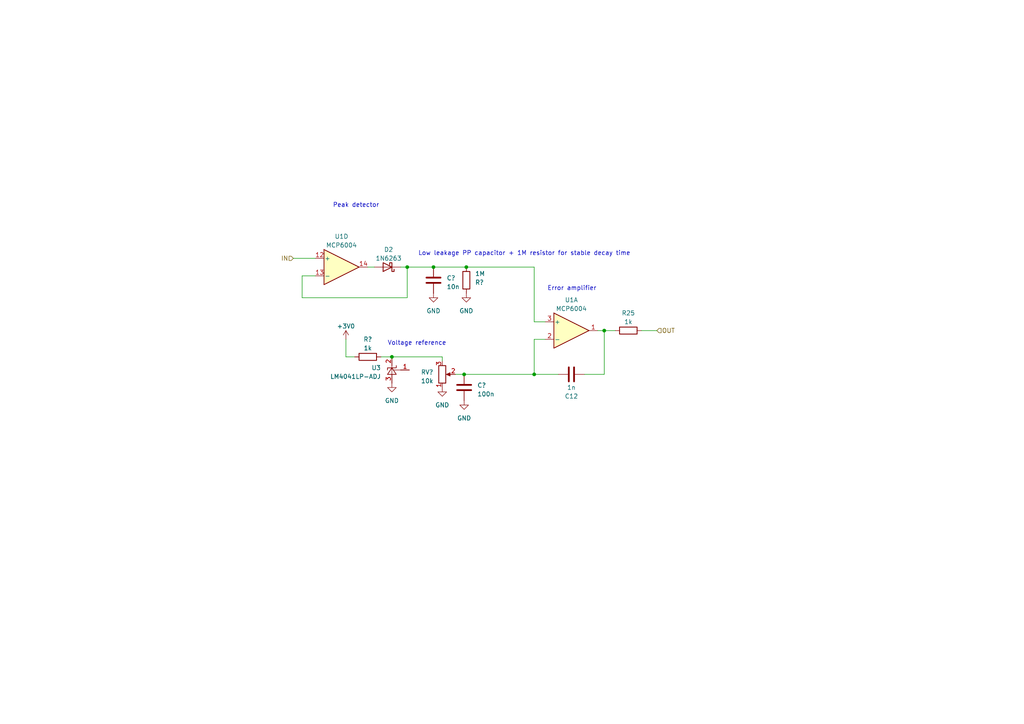
<source format=kicad_sch>
(kicad_sch (version 20230121) (generator eeschema)
  (paper "A4")
  (lib_symbols
    (symbol "Amplifier_Operational:MCP6004" (pin_names (offset 0.127))
      (property "Reference" "U" (at 0 5.08 0))
      (property "Value" "MCP6004" (at 0 -5.08 0))
      (symbol "MCP6004_1_1"
        (polyline (pts (xy -5.08 5.08) (xy 5.08 0) (xy -5.08 -5.08) (xy -5.08 5.08)) (stroke (width 0.254)) (fill (type background)))
        (pin output line (at 7.62 0 180) (length 2.54) (name "~") (number "1"))
        (pin input line (at -7.62 -2.54 0) (length 2.54) (name "-") (number "2"))
        (pin input line (at -7.62 2.54 0) (length 2.54) (name "+") (number "3"))
      )
      (symbol "MCP6004_2_1"
        (polyline (pts (xy -5.08 5.08) (xy 5.08 0) (xy -5.08 -5.08) (xy -5.08 5.08)) (stroke (width 0.254)) (fill (type background)))
        (pin input line (at -7.62 2.54 0) (length 2.54) (name "+") (number "5"))
        (pin input line (at -7.62 -2.54 0) (length 2.54) (name "-") (number "6"))
        (pin output line (at 7.62 0 180) (length 2.54) (name "~") (number "7"))
      )
      (symbol "MCP6004_3_1"
        (polyline (pts (xy -5.08 5.08) (xy 5.08 0) (xy -5.08 -5.08) (xy -5.08 5.08)) (stroke (width 0.254)) (fill (type background)))
        (pin input line (at -7.62 2.54 0) (length 2.54) (name "+") (number "10"))
        (pin output line (at 7.62 0 180) (length 2.54) (name "~") (number "8"))
        (pin input line (at -7.62 -2.54 0) (length 2.54) (name "-") (number "9"))
      )
      (symbol "MCP6004_4_1"
        (polyline (pts (xy -5.08 5.08) (xy 5.08 0) (xy -5.08 -5.08) (xy -5.08 5.08)) (stroke (width 0.254)) (fill (type background)))
        (pin input line (at -7.62 2.54 0) (length 2.54) (name "+") (number "12"))
        (pin input line (at -7.62 -2.54 0) (length 2.54) (name "-") (number "13"))
        (pin output line (at 7.62 0 180) (length 2.54) (name "~") (number "14"))
      )
      (symbol "MCP6004_5_1"
        (pin power_in line (at -2.54 -7.62 90) (length 3.81) (name "V-") (number "11"))
        (pin power_in line (at -2.54 7.62 270) (length 3.81) (name "V+") (number "4"))
      )
    )
    (symbol "Device:C" (pin_numbers hide) (pin_names (offset 0.254))
      (property "Reference" "C" (at 0.635 2.54 0))
      (property "Value" "C" (at 0.635 -2.54 0))
      (symbol "C_0_1"
        (polyline (pts (xy -2.032 -0.762) (xy 2.032 -0.762)) (stroke (width 0.508)))
        (polyline (pts (xy -2.032 0.762) (xy 2.032 0.762)) (stroke (width 0.508)))
      )
      (symbol "C_1_1"
        (pin passive line (at 0 3.81 270) (length 2.794) (name "~") (number "1"))
        (pin passive line (at 0 -3.81 90) (length 2.794) (name "~") (number "2"))
      )
    )
    (symbol "Device:R" (pin_numbers hide) (pin_names (offset 0))
      (property "Reference" "R" (at 2.032 0 90))
      (property "Value" "R" (at 0 0 90))
      (symbol "R_0_1"
        (rectangle (start -1.016 -2.54) (end 1.016 2.54) (stroke (width 0.254)))
      )
      (symbol "R_1_1"
        (pin passive line (at 0 3.81 270) (length 1.27) (name "~") (number "1"))
        (pin passive line (at 0 -3.81 90) (length 1.27) (name "~") (number "2"))
      )
    )
    (symbol "Device:R_Potentiometer" (pin_names (offset 1.016) hide)
      (property "Reference" "RV" (at -4.445 0 90))
      (property "Value" "R_Potentiometer" (at -2.54 0 90))
      (symbol "R_Potentiometer_0_1"
        (polyline (pts (xy 2.54 0) (xy 1.524 0)))
        (polyline (pts (xy 1.143 0) (xy 2.286 0.508) (xy 2.286 -0.508) (xy 1.143 0)) (fill (type outline)))
        (rectangle (start 1.016 2.54) (end -1.016 -2.54) (stroke (width 0.254)))
      )
      (symbol "R_Potentiometer_1_1"
        (pin passive line (at 0 3.81 270) (length 1.27) (name "1") (number "1"))
        (pin passive line (at 3.81 0 180) (length 1.27) (name "2") (number "2"))
        (pin passive line (at 0 -3.81 90) (length 1.27) (name "3") (number "3"))
      )
    )
    (symbol "Diode:1N6263" (pin_numbers hide) (pin_names (offset 1.016) hide)
      (property "Reference" "D" (at 0 2.54 0))
      (property "Value" "1N6263" (at 0 -2.54 0))
      (symbol "1N6263_0_1"
        (polyline (pts (xy 1.27 0) (xy -1.27 0)))
        (polyline (pts (xy 1.27 1.27) (xy 1.27 -1.27) (xy -1.27 0) (xy 1.27 1.27)) (stroke (width 0.254)))
        (polyline (pts (xy -1.905 0.635) (xy -1.905 1.27) (xy -1.27 1.27) (xy -1.27 -1.27) (xy -0.635 -1.27) (xy -0.635 -0.635)) (stroke (width 0.254)))
      )
      (symbol "1N6263_1_1"
        (pin passive line (at -3.81 0 0) (length 2.54) (name "K") (number "1"))
        (pin passive line (at 3.81 0 180) (length 2.54) (name "A") (number "2"))
      )
    )
    (symbol "Reference_Voltage:LM4041LP-ADJ" (pin_names (offset 0.0254) hide)
      (property "Reference" "U" (at 2.54 3.81 0))
      (property "Value" "LM4041LP-ADJ" (at 0 -3.175 0))
      (symbol "LM4041LP-ADJ_0_1"
        (polyline (pts (xy 0 2.54) (xy 0 0.508)))
        (polyline (pts (xy -1.27 0) (xy 0 0) (xy 1.27 0)))
        (polyline (pts (xy -1.27 -1.27) (xy 0.635 0) (xy -1.27 1.27) (xy -1.27 -1.27)) (stroke (width 0.2032)))
        (polyline (pts (xy 0 -1.27) (xy 0.635 -1.27) (xy 0.635 1.27) (xy 1.27 1.27)) (stroke (width 0.2032)))
      )
      (symbol "LM4041LP-ADJ_1_1"
        (pin input line (at 0 5.08 270) (length 2.54) (name "FB") (number "1"))
        (pin passive line (at 3.81 0 180) (length 2.54) (name "K") (number "2"))
        (pin passive line (at -3.81 0 0) (length 2.54) (name "A") (number "3"))
      )
    )
    (symbol "power:+3V0" (power) (pin_names (offset 0))
      (property "Value" "+3V0" (at 0 3.556 0))
      (symbol "+3V0_0_1"
        (polyline (pts (xy -0.762 1.27) (xy 0 2.54)))
        (polyline (pts (xy 0 0) (xy 0 2.54)))
        (polyline (pts (xy 0 2.54) (xy 0.762 1.27)))
      )
      (symbol "+3V0_1_1"
        (pin power_in line (at 0 0 90) (length 0) hide (name "+3V0") (number "1"))
      )
    )
    (symbol "power:GND" (power) (pin_names (offset 0))
      (property "Value" "GND" (at 0 -3.81 0))
      (symbol "GND_0_1"
        (polyline (pts (xy 0 0) (xy 0 -1.27) (xy 1.27 -1.27) (xy 0 -2.54) (xy -1.27 -1.27) (xy 0 -1.27)))
      )
      (symbol "GND_1_1"
        (pin power_in line (at 0 0 270) (length 0) hide (name "GND") (number "1"))
      )
    )
  )
  (junction (at 175.26 95.885))
  (junction (at 113.665 103.505))
  (junction (at 135.255 77.47))
  (junction (at 118.11 77.47))
  (junction (at 154.94 108.585))
  (junction (at 125.73 77.47))
  (junction (at 134.62 108.585))
  (wire (pts (xy 118.11 77.47) (xy 118.11 86.36)))
  (wire (pts (xy 116.205 77.47) (xy 118.11 77.47)))
  (wire (pts (xy 113.665 103.505) (xy 128.27 103.505)))
  (wire (pts (xy 154.94 108.585) (xy 161.925 108.585)))
  (wire (pts (xy 186.055 95.885) (xy 190.5 95.885)))
  (wire (pts (xy 154.94 93.345) (xy 158.115 93.345)))
  (wire (pts (xy 154.94 77.47) (xy 135.255 77.47)))
  (wire (pts (xy 106.68 77.47) (xy 108.585 77.47)))
  (wire (pts (xy 100.33 103.505) (xy 100.33 98.425)))
  (wire (pts (xy 175.26 95.885) (xy 178.435 95.885)))
  (wire (pts (xy 85.09 74.93) (xy 91.44 74.93)))
  (wire (pts (xy 175.26 108.585) (xy 175.26 95.885)))
  (wire (pts (xy 125.73 77.47) (xy 135.255 77.47)))
  (wire (pts (xy 134.62 108.585) (xy 154.94 108.585)))
  (wire (pts (xy 87.63 86.36) (xy 87.63 80.01)))
  (wire (pts (xy 154.94 98.425) (xy 158.115 98.425)))
  (wire (pts (xy 169.545 108.585) (xy 175.26 108.585)))
  (wire (pts (xy 100.33 103.505) (xy 102.87 103.505)))
  (wire (pts (xy 118.11 86.36) (xy 87.63 86.36)))
  (wire (pts (xy 87.63 80.01) (xy 91.44 80.01)))
  (wire (pts (xy 173.355 95.885) (xy 175.26 95.885)))
  (wire (pts (xy 128.27 103.505) (xy 128.27 104.775)))
  (wire (pts (xy 154.94 93.345) (xy 154.94 77.47)))
  (wire (pts (xy 132.08 108.585) (xy 134.62 108.585)))
  (wire (pts (xy 110.49 103.505) (xy 113.665 103.505)))
  (wire (pts (xy 118.11 77.47) (xy 125.73 77.47)))
  (wire (pts (xy 154.94 108.585) (xy 154.94 98.425)))
  (text "Error amplifier" (at 158.75 84.455 0) (effects (font (size 1.27 1.27)) (justify left bottom)))
  (text "Low leakage PP capacitor + 1M resistor for stable decay time" (at 121.285 74.295 0) (effects (font (size 1.27 1.27)) (justify left bottom)))
  (text "Peak detector\n" (at 96.52 60.325 0) (effects (font (size 1.27 1.27)) (justify left bottom)))
  (text "Voltage reference" (at 112.395 100.33 0) (effects (font (size 1.27 1.27)) (justify left bottom)))
  (hierarchical_label "OUT" (shape input) (at 190.5 95.885 0))
  (hierarchical_label "IN" (shape input) (at 85.09 74.93 180))
  (symbol (lib_id "Diode:1N6263") (at 112.395 77.47 180) (unit 1)
    (property "Reference" "D2" (at 112.7125 72.39 0))
    (property "Value" "1N6263" (at 112.7125 74.93 0))
    (property "Footprint" "Diode_THT:D_DO-35_SOD27_P2.54mm_Vertical_AnodeUp" (effects hide))
    (property "Datasheet" "www.st.com/resource/en/datasheet/1n6263.pdf" (effects hide))
  )
  (symbol (lib_id "power:GND") (at 135.255 85.09 0) (unit 1)
    (property "Reference" "#PWR?" (effects hide))
    (property "Value" "GND" (at 135.255 90.17 0))
    (instances (project "weit_generator" (path "" (reference "#PWR?") (unit 1)) (path "" (reference "#PWR030") (unit 1))))
  )
  (symbol (lib_id "Device:R") (at 135.255 81.28 0) (mirror x) (unit 1)
    (property "Reference" "R?" (at 137.795 81.915 0) (effects (justify left)))
    (property "Value" "1M" (at 137.795 79.375 0) (effects (justify left)))
    (property "Footprint" "Resistor_THT:R_Axial_DIN0207_L6.3mm_D2.5mm_P2.54mm_Vertical" (effects hide))
    (instances (project "weit_generator" (path "" (reference "R?") (unit 1)) (path "" (reference "R24") (unit 1))))
  )
  (symbol (lib_id "Device:C") (at 165.735 108.585 270) (mirror x) (unit 1)
    (property "Reference" "C12" (at 165.735 114.935 90))
    (property "Value" "1n" (at 165.735 112.395 90))
    (property "Footprint" "Capacitor_SMD:C_0805_2012Metric_Pad1.18x1.45mm_HandSolder" (effects hide))
  )
  (symbol (lib_id "power:+3V0") (at 100.33 98.425 0) (mirror y) (unit 1)
    (property "Reference" "#PWR?" (effects hide))
    (property "Value" "+3V0" (at 100.33 94.615 0))
    (instances (project "weit_generator" (path "" (reference "#PWR?") (unit 1)) (path "" (reference "#PWR025") (unit 1))))
  )
  (symbol (lib_id "power:GND") (at 128.27 112.395 0) (unit 1)
    (property "Reference" "#PWR?" (effects hide))
    (property "Value" "GND" (at 128.27 117.475 0))
    (instances (project "weit_generator" (path "" (reference "#PWR?") (unit 1)) (path "" (reference "#PWR028") (unit 1))))
  )
  (symbol (lib_id "Amplifier_Operational:MCP6004") (at 165.735 95.885 0) (unit 1)
    (property "Reference" "U1" (at 165.735 86.995 0))
    (property "Value" "MCP6004" (at 165.735 89.535 0))
    (property "Footprint" "Package_DIP:DIP-14_W7.62mm_Socket_LongPads" (effects hide))
    (property "Datasheet" "http://ww1.microchip.com/downloads/en/DeviceDoc/21733j.pdf" (effects hide))
  )
  (symbol (lib_id "Amplifier_Operational:MCP6004") (at 99.06 77.47 0) (unit 4)
    (property "Reference" "U1" (at 99.06 68.58 0))
    (property "Value" "MCP6004" (at 99.06 71.12 0))
    (property "Footprint" "Package_DIP:DIP-14_W7.62mm_Socket_LongPads" (effects hide))
    (property "Datasheet" "http://ww1.microchip.com/downloads/en/DeviceDoc/21733j.pdf" (effects hide))
  )
  (symbol (lib_id "power:GND") (at 134.62 116.205 0) (unit 1)
    (property "Reference" "#PWR?" (effects hide))
    (property "Value" "GND" (at 134.62 121.285 0))
    (instances (project "weit_generator" (path "" (reference "#PWR?") (unit 1)) (path "" (reference "#PWR029") (unit 1))))
  )
  (symbol (lib_id "Device:R") (at 106.68 103.505 90) (unit 1)
    (property "Reference" "R?" (at 106.68 98.425 90))
    (property "Value" "1k" (at 106.68 100.965 90))
    (property "Footprint" "Resistor_SMD:R_0805_2012Metric_Pad1.20x1.40mm_HandSolder" (effects hide))
    (instances (project "weit_generator" (path "" (reference "R?") (unit 1)) (path "" (reference "R23") (unit 1))))
  )
  (symbol (lib_id "power:GND") (at 125.73 85.09 0) (unit 1)
    (property "Reference" "#PWR?" (effects hide))
    (property "Value" "GND" (at 125.73 90.17 0))
    (instances (project "weit_generator" (path "" (reference "#PWR?") (unit 1)) (path "" (reference "#PWR027") (unit 1))))
  )
  (symbol (lib_id "Device:R_Potentiometer") (at 128.27 108.585 0) (mirror x) (unit 1)
    (property "Reference" "RV?" (at 125.73 107.95 0) (effects (justify right)))
    (property "Value" "10k" (at 125.73 110.49 0) (effects (justify right)))
    (property "Footprint" "Potentiometer_THT:Potentiometer_Bourns_3266Y_Vertical" (effects hide))
    (instances (project "weit_generator" (path "" (reference "RV?") (unit 1)) (path "" (reference "RV1") (unit 1))))
  )
  (symbol (lib_id "power:GND") (at 113.665 111.125 0) (unit 1)
    (property "Reference" "#PWR?" (effects hide))
    (property "Value" "GND" (at 113.665 116.205 0))
    (instances (project "weit_generator" (path "" (reference "#PWR?") (unit 1)) (path "" (reference "#PWR026") (unit 1))))
  )
  (symbol (lib_id "Device:R") (at 182.245 95.885 90) (unit 1)
    (property "Reference" "R25" (at 182.245 90.805 90))
    (property "Value" "1k" (at 182.245 93.345 90))
    (property "Footprint" "Resistor_THT:R_Axial_DIN0207_L6.3mm_D2.5mm_P2.54mm_Vertical" (effects hide))
  )
  (symbol (lib_id "Reference_Voltage:LM4041LP-ADJ") (at 113.665 107.315 270) (mirror x) (unit 1)
    (property "Reference" "U3" (at 110.49 106.68 90) (effects (justify right)))
    (property "Value" "LM4041LP-ADJ" (at 110.49 109.22 90) (effects (justify right)))
    (property "Footprint" "Package_TO_SOT_THT:TO-92_Inline" (effects hide))
    (property "Datasheet" "http://www.ti.com/lit/ds/symlink/lm4041-n.pdf" (effects hide))
  )
  (symbol (lib_id "Device:C") (at 125.73 81.28 180) (unit 1)
    (property "Reference" "C?" (at 129.54 80.645 0) (effects (justify right)))
    (property "Value" "10n" (at 129.54 83.185 0) (effects (justify right)))
    (property "Footprint" "Capacitor_THT:C_Rect_L9.0mm_W4.0mm_P7.50mm_MKT" (effects hide))
    (instances (project "weit_generator" (path "" (reference "C?") (unit 1)) (path "" (reference "C9") (unit 1))))
  )
  (symbol (lib_id "Device:C") (at 134.62 112.395 0) (mirror y) (unit 1)
    (property "Reference" "C?" (at 138.43 111.76 0) (effects (justify right)))
    (property "Value" "100n" (at 138.43 114.3 0) (effects (justify right)))
    (property "Footprint" "Capacitor_SMD:C_0805_2012Metric_Pad1.18x1.45mm_HandSolder" (effects hide))
    (instances (project "weit_generator" (path "" (reference "C?") (unit 1)) (path "" (reference "C10") (unit 1))))
  )
)
</source>
